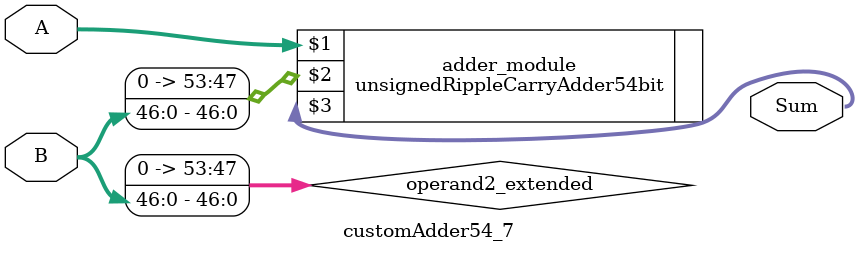
<source format=v>
module customAdder54_7(
                        input [53 : 0] A,
                        input [46 : 0] B,
                        
                        output [54 : 0] Sum
                );

        wire [53 : 0] operand2_extended;
        
        assign operand2_extended =  {7'b0, B};
        
        unsignedRippleCarryAdder54bit adder_module(
            A,
            operand2_extended,
            Sum
        );
        
        endmodule
        
</source>
